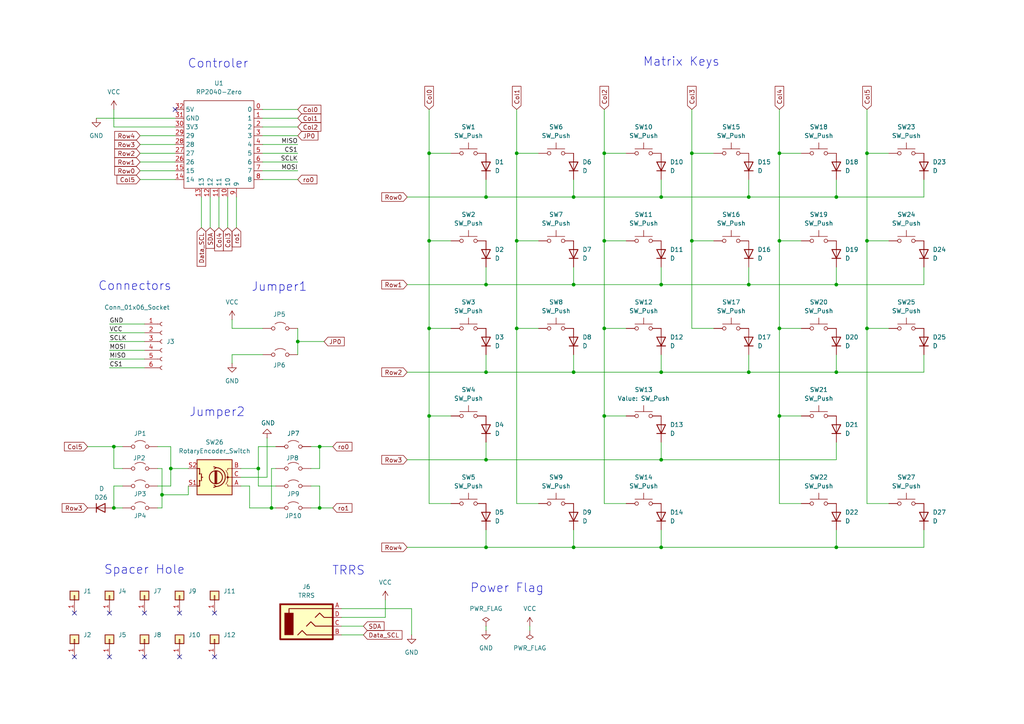
<source format=kicad_sch>
(kicad_sch (version 20250114) (generator "eeschema") (generator_version "9.0")
  (paper "A4")
  (lib_symbols
    (symbol "Connector:Conn_01x06_Socket" (pin_names (offset 1.016) (hide yes))
      (property "Reference" "J" (at 0 7.62 0))
      (property "Value" "Conn_01x06_Socket" (at 0 -10.16 0))
      (symbol "Conn_01x06_Socket_1_1"
        (pin passive line (at -5.08 5.08 0) (length 3.81) (name "Pin_1") (number "1"))
        (pin passive line (at -5.08 2.54 0) (length 3.81) (name "Pin_2") (number "2"))
        (pin passive line (at -5.08 0 0) (length 3.81) (name "Pin_3") (number "3"))
        (pin passive line (at -5.08 -2.54 0) (length 3.81) (name "Pin_4") (number "4"))
        (pin passive line (at -5.08 -5.08 0) (length 3.81) (name "Pin_5") (number "5"))
        (pin passive line (at -5.08 -7.62 0) (length 3.81) (name "Pin_6") (number "6"))
      )
    )
    (symbol "Connector_Generic:Conn_01x01" (pin_names (offset 1.016) (hide yes))
      (property "Reference" "J" (at 0 2.54 0))
      (property "Value" "Conn_01x01" (at 0 -2.54 0))
      (symbol "Conn_01x01_1_1"
        (pin passive line (at -5.08 0 0) (length 3.81) (name "Pin_1") (number "1"))
      )
    )
    (symbol "Device:D" (pin_numbers (hide yes)) (pin_names (offset 1.016) (hide yes))
      (property "Reference" "D" (at 0 2.54 0))
      (property "Value" "D" (at 0 -2.54 0))
      (symbol "D_1_1"
        (pin passive line (at -3.81 0 0) (length 2.54) (name "K") (number "1"))
        (pin passive line (at 3.81 0 180) (length 2.54) (name "A") (number "2"))
      )
    )
    (symbol "Device:RotaryEncoder_Switch" (pin_names (offset 0.254) (hide yes))
      (property "Reference" "SW" (at 0 6.604 0))
      (property "Value" "RotaryEncoder_Switch" (at 0 -6.604 0))
      (symbol "RotaryEncoder_Switch_1_1"
        (pin passive line (at -7.62 2.54 0) (length 2.54) (name "A") (number "A"))
        (pin passive line (at -7.62 0 0) (length 2.54) (name "C") (number "C"))
        (pin passive line (at -7.62 -2.54 0) (length 2.54) (name "B") (number "B"))
        (pin passive line (at 7.62 2.54 180) (length 2.54) (name "S1") (number "S1"))
        (pin passive line (at 7.62 -2.54 180) (length 2.54) (name "S2") (number "S2"))
      )
    )
    (symbol "Jumper:Jumper_2_Open" (pin_numbers (hide yes)) (pin_names (offset 0) (hide yes))
      (property "Reference" "JP" (at 0 2.794 0))
      (property "Value" "Jumper_2_Open" (at 0 -2.286 0))
      (symbol "Jumper_2_Open_1_1"
        (pin passive line (at -5.08 0 0) (length 2.54) (name "A") (number "1"))
        (pin passive line (at 5.08 0 180) (length 2.54) (name "B") (number "2"))
      )
    )
    (symbol "Switch:SW_Push" (pin_numbers (hide yes)) (pin_names (offset 1.016) (hide yes))
      (property "Reference" "SW" (at 1.27 2.54 0))
      (property "Value" "SW_Push" (at 0 -1.524 0))
      (symbol "SW_Push_0_1"
        (pin passive line (at -5.08 0 0) (length 2.54) (name "1") (number "1"))
        (pin passive line (at 5.08 0 180) (length 2.54) (name "2") (number "2"))
      )
    )
    (symbol "TRRS:TRRS" (pin_names (offset 1.016))
      (property "Reference" "J" (at 0 8.89 0))
      (property "Value" "TRRS" (at 0 6.35 0))
      (symbol "TRRS_1_1"
        (pin power_in line (at 10.16 3.81 180) (length 2.54) (name "~") (number "A"))
        (pin power_in line (at 10.16 1.27 180) (length 2.54) (name "~") (number "D"))
        (pin bidirectional line (at 10.16 -1.27 180) (length 2.54) (name "~") (number "C"))
        (pin bidirectional line (at 10.16 -3.81 180) (length 2.54) (name "~") (number "B"))
      )
    )
    (symbol "isw-mcu:RP2040-Zero"
      (property "Reference" "U" (at 0 17.78 0))
      (property "Value" "RP2040-Zero" (at 0 15.24 0))
      (symbol "RP2040-Zero_1_1"
        (pin power_in line (at -12.7 10.16 0) (length 2.54) (name "5V") (number "32"))
        (pin power_in line (at -12.7 7.62 0) (length 2.54) (name "GND") (number "31"))
        (pin power_in line (at -12.7 5.08 0) (length 2.54) (name "3V3") (number "30"))
        (pin bidirectional line (at -12.7 2.54 0) (length 2.54) (name "29") (number "29"))
        (pin bidirectional line (at -12.7 0 0) (length 2.54) (name "28") (number "28"))
        (pin bidirectional line (at -12.7 -2.54 0) (length 2.54) (name "27") (number "27"))
        (pin bidirectional line (at -12.7 -5.08 0) (length 2.54) (name "26") (number "26"))
        (pin bidirectional line (at -12.7 -7.62 0) (length 2.54) (name "15") (number "15"))
        (pin bidirectional line (at -12.7 -10.16 0) (length 2.54) (name "14") (number "14"))
        (pin bidirectional line (at -5.08 -15.24 90) (length 2.54) (name "13") (number "13"))
        (pin bidirectional line (at -2.54 -15.24 90) (length 2.54) (name "12") (number "12"))
        (pin bidirectional line (at 0 -15.24 90) (length 2.54) (name "11") (number "11"))
        (pin bidirectional line (at 2.54 -15.24 90) (length 2.54) (name "10") (number "10"))
        (pin bidirectional line (at 5.08 -15.24 90) (length 2.54) (name "9") (number "9"))
        (pin tri_state line (at 12.7 10.16 180) (length 2.54) (name "0") (number "0"))
        (pin bidirectional line (at 12.7 7.62 180) (length 2.54) (name "1") (number "1"))
        (pin bidirectional line (at 12.7 5.08 180) (length 2.54) (name "2") (number "2"))
        (pin bidirectional line (at 12.7 2.54 180) (length 2.54) (name "3") (number "3"))
        (pin bidirectional line (at 12.7 0 180) (length 2.54) (name "4") (number "4"))
        (pin bidirectional line (at 12.7 -2.54 180) (length 2.54) (name "5") (number "5"))
        (pin bidirectional line (at 12.7 -5.08 180) (length 2.54) (name "6") (number "6"))
        (pin bidirectional line (at 12.7 -7.62 180) (length 2.54) (name "7") (number "7"))
        (pin bidirectional line (at 12.7 -10.16 180) (length 2.54) (name "8") (number "8"))
      )
    )
    (symbol "power:GND" (power) (pin_numbers (hide yes)) (pin_names (offset 0) (hide yes))
      (property "Value" "GND" (at 0 -3.81 0))
      (symbol "GND_1_1"
        (pin power_in line (at 0 0 270) (length 0) (name "~") (number "1"))
      )
    )
    (symbol "power:PWR_FLAG" (power) (pin_numbers (hide yes)) (pin_names (offset 0) (hide yes))
      (property "Value" "PWR_FLAG" (at 0 3.81 0))
      (symbol "PWR_FLAG_0_0"
        (pin power_out line (at 0 0 90) (length 0) (name "~") (number "1"))
      )
    )
    (symbol "power:VCC" (power) (pin_numbers (hide yes)) (pin_names (offset 0) (hide yes))
      (property "Value" "VCC" (at 0 3.556 0))
      (symbol "VCC_1_1"
        (pin power_in line (at 0 0 90) (length 0) (name "~") (number "1"))
      )
    )
  )
  (text "Matrix Keys" (at 197.612 18.034 0) (effects (font (size 2.54 2.54))))
  (text "Connectors" (at 39.116 83.058 0) (effects (font (size 2.54 2.54))))
  (text "Power Flag" (at 147.066 170.688 0) (effects (font (size 2.54 2.54))))
  (text "Jumper2" (at 62.992 119.634 0) (effects (font (size 2.54 2.54))))
  (text "Spacer Hole" (at 41.91 165.354 0) (effects (font (size 2.54 2.54))))
  (text "Jumper1" (at 81.026 83.312 0) (effects (font (size 2.54 2.54))))
  (text "TRRS" (at 101.092 165.608 0) (effects (font (size 2.54 2.54))))
  (text "Controler" (at 63.246 18.542 0) (effects (font (size 2.54 2.54))))
  (junction (at 242.57 107.95))
  (junction (at 33.02 129.54))
  (junction (at 242.57 82.55))
  (junction (at 166.37 107.95))
  (junction (at 92.71 129.54))
  (junction (at 124.46 69.85))
  (junction (at 191.77 133.35))
  (junction (at 166.37 57.15))
  (junction (at 200.66 69.85))
  (junction (at 140.97 158.75))
  (junction (at 191.77 107.95))
  (junction (at 226.06 44.45))
  (junction (at 78.74 147.32))
  (junction (at 175.26 95.25))
  (junction (at 200.66 44.45))
  (junction (at 140.97 107.95))
  (junction (at 251.46 44.45))
  (junction (at 140.97 133.35))
  (junction (at 149.86 44.45))
  (junction (at 217.17 82.55))
  (junction (at 46.99 143.51))
  (junction (at 140.97 57.15))
  (junction (at 166.37 158.75))
  (junction (at 124.46 120.65))
  (junction (at 74.93 135.89))
  (junction (at 33.02 147.32))
  (junction (at 149.86 95.25))
  (junction (at 217.17 107.95))
  (junction (at 92.71 147.32))
  (junction (at 191.77 82.55))
  (junction (at 86.36 99.06))
  (junction (at 191.77 158.75))
  (junction (at 166.37 82.55))
  (junction (at 175.26 44.45))
  (junction (at 226.06 95.25))
  (junction (at 226.06 120.65))
  (junction (at 191.77 57.15))
  (junction (at 251.46 95.25))
  (junction (at 175.26 69.85))
  (junction (at 217.17 57.15))
  (junction (at 251.46 69.85))
  (junction (at 124.46 44.45))
  (junction (at 49.53 135.89))
  (junction (at 175.26 120.65))
  (junction (at 149.86 69.85))
  (junction (at 124.46 95.25))
  (junction (at 140.97 82.55))
  (junction (at 226.06 69.85))
  (junction (at 242.57 158.75))
  (junction (at 242.57 57.15))
  (no_connect (at 62.23 190.5))
  (no_connect (at 41.91 190.5))
  (no_connect (at 21.59 177.8))
  (no_connect (at 52.07 190.5))
  (no_connect (at 31.75 190.5))
  (no_connect (at 21.59 190.5))
  (no_connect (at 62.23 177.8))
  (no_connect (at 41.91 177.8))
  (no_connect (at 50.8 31.75))
  (no_connect (at 52.07 177.8))
  (no_connect (at 31.75 177.8))
  (wire (pts (xy 226.06 44.45) (xy 226.06 69.85)))
  (wire (pts (xy 242.57 77.47) (xy 242.57 82.55)))
  (wire (pts (xy 140.97 57.15) (xy 166.37 57.15)))
  (wire (pts (xy 124.46 146.05) (xy 130.81 146.05)))
  (wire (pts (xy 175.26 120.65) (xy 181.61 120.65)))
  (wire (pts (xy 31.75 93.98) (xy 41.91 93.98)))
  (wire (pts (xy 74.93 135.89) (xy 69.85 135.89)))
  (wire (pts (xy 31.75 104.14) (xy 41.91 104.14)))
  (wire (pts (xy 175.26 31.75) (xy 175.26 44.45)))
  (wire (pts (xy 40.64 39.37) (xy 50.8 39.37)))
  (wire (pts (xy 140.97 153.67) (xy 140.97 158.75)))
  (wire (pts (xy 68.58 57.15) (xy 68.58 66.04)))
  (wire (pts (xy 175.26 44.45) (xy 175.26 69.85)))
  (wire (pts (xy 200.66 95.25) (xy 207.01 95.25)))
  (wire (pts (xy 251.46 69.85) (xy 257.81 69.85)))
  (wire (pts (xy 33.02 140.97) (xy 35.56 140.97)))
  (wire (pts (xy 46.99 135.89) (xy 46.99 143.51)))
  (wire (pts (xy 200.66 44.45) (xy 207.01 44.45)))
  (wire (pts (xy 99.06 184.15) (xy 105.41 184.15)))
  (wire (pts (xy 40.64 41.91) (xy 50.8 41.91)))
  (wire (pts (xy 226.06 95.25) (xy 226.06 120.65)))
  (wire (pts (xy 63.5 66.04) (xy 63.5 57.15)))
  (wire (pts (xy 191.77 133.35) (xy 242.57 133.35)))
  (wire (pts (xy 267.97 77.47) (xy 267.97 82.55)))
  (wire (pts (xy 111.76 173.99) (xy 111.76 179.07)))
  (wire (pts (xy 40.64 44.45) (xy 50.8 44.45)))
  (wire (pts (xy 191.77 128.27) (xy 191.77 133.35)))
  (wire (pts (xy 54.61 143.51) (xy 46.99 143.51)))
  (wire (pts (xy 124.46 69.85) (xy 124.46 95.25)))
  (wire (pts (xy 49.53 140.97) (xy 49.53 135.89)))
  (wire (pts (xy 67.31 102.87) (xy 67.31 105.41)))
  (wire (pts (xy 99.06 176.53) (xy 119.38 176.53)))
  (wire (pts (xy 267.97 102.87) (xy 267.97 107.95)))
  (wire (pts (xy 140.97 82.55) (xy 166.37 82.55)))
  (wire (pts (xy 74.93 129.54) (xy 80.01 129.54)))
  (wire (pts (xy 72.39 147.32) (xy 72.39 140.97)))
  (wire (pts (xy 217.17 82.55) (xy 242.57 82.55)))
  (wire (pts (xy 251.46 44.45) (xy 251.46 69.85)))
  (wire (pts (xy 267.97 153.67) (xy 267.97 158.75)))
  (wire (pts (xy 242.57 128.27) (xy 242.57 133.35)))
  (wire (pts (xy 149.86 44.45) (xy 149.86 69.85)))
  (wire (pts (xy 175.26 146.05) (xy 181.61 146.05)))
  (wire (pts (xy 58.42 57.15) (xy 58.42 66.04)))
  (wire (pts (xy 191.77 77.47) (xy 191.77 82.55)))
  (wire (pts (xy 33.02 147.32) (xy 35.56 147.32)))
  (wire (pts (xy 191.77 52.07) (xy 191.77 57.15)))
  (wire (pts (xy 140.97 133.35) (xy 191.77 133.35)))
  (wire (pts (xy 118.11 82.55) (xy 140.97 82.55)))
  (wire (pts (xy 77.47 138.43) (xy 77.47 127)))
  (wire (pts (xy 191.77 82.55) (xy 217.17 82.55)))
  (wire (pts (xy 90.17 140.97) (xy 92.71 140.97)))
  (wire (pts (xy 92.71 129.54) (xy 96.52 129.54)))
  (wire (pts (xy 226.06 120.65) (xy 226.06 146.05)))
  (wire (pts (xy 76.2 31.75) (xy 86.36 31.75)))
  (wire (pts (xy 31.75 96.52) (xy 41.91 96.52)))
  (wire (pts (xy 166.37 82.55) (xy 191.77 82.55)))
  (wire (pts (xy 99.06 181.61) (xy 105.41 181.61)))
  (wire (pts (xy 217.17 77.47) (xy 217.17 82.55)))
  (wire (pts (xy 251.46 69.85) (xy 251.46 95.25)))
  (wire (pts (xy 76.2 39.37) (xy 86.36 39.37)))
  (wire (pts (xy 166.37 102.87) (xy 166.37 107.95)))
  (wire (pts (xy 66.04 57.15) (xy 66.04 66.04)))
  (wire (pts (xy 149.86 146.05) (xy 156.21 146.05)))
  (wire (pts (xy 191.77 107.95) (xy 217.17 107.95)))
  (wire (pts (xy 140.97 181.61) (xy 140.97 182.88)))
  (wire (pts (xy 226.06 69.85) (xy 226.06 95.25)))
  (wire (pts (xy 140.97 158.75) (xy 166.37 158.75)))
  (wire (pts (xy 166.37 52.07) (xy 166.37 57.15)))
  (wire (pts (xy 226.06 31.75) (xy 226.06 44.45)))
  (wire (pts (xy 124.46 31.75) (xy 124.46 44.45)))
  (wire (pts (xy 226.06 146.05) (xy 232.41 146.05)))
  (wire (pts (xy 49.53 135.89) (xy 54.61 135.89)))
  (wire (pts (xy 93.98 99.06) (xy 86.36 99.06)))
  (wire (pts (xy 140.97 102.87) (xy 140.97 107.95)))
  (wire (pts (xy 149.86 31.75) (xy 149.86 44.45)))
  (wire (pts (xy 242.57 107.95) (xy 267.97 107.95)))
  (wire (pts (xy 217.17 52.07) (xy 217.17 57.15)))
  (wire (pts (xy 242.57 52.07) (xy 242.57 57.15)))
  (wire (pts (xy 251.46 146.05) (xy 257.81 146.05)))
  (wire (pts (xy 86.36 99.06) (xy 86.36 95.25)))
  (wire (pts (xy 54.61 140.97) (xy 54.61 143.51)))
  (wire (pts (xy 251.46 95.25) (xy 257.81 95.25)))
  (wire (pts (xy 166.37 158.75) (xy 191.77 158.75)))
  (wire (pts (xy 166.37 153.67) (xy 166.37 158.75)))
  (wire (pts (xy 90.17 147.32) (xy 92.71 147.32)))
  (wire (pts (xy 45.72 129.54) (xy 49.53 129.54)))
  (wire (pts (xy 78.74 135.89) (xy 78.74 147.32)))
  (wire (pts (xy 86.36 99.06) (xy 86.36 102.87)))
  (wire (pts (xy 140.97 77.47) (xy 140.97 82.55)))
  (wire (pts (xy 267.97 52.07) (xy 267.97 57.15)))
  (wire (pts (xy 140.97 107.95) (xy 166.37 107.95)))
  (wire (pts (xy 175.26 69.85) (xy 175.26 95.25)))
  (wire (pts (xy 90.17 129.54) (xy 92.71 129.54)))
  (wire (pts (xy 149.86 95.25) (xy 156.21 95.25)))
  (wire (pts (xy 76.2 95.25) (xy 67.31 95.25)))
  (wire (pts (xy 217.17 57.15) (xy 242.57 57.15)))
  (wire (pts (xy 45.72 140.97) (xy 49.53 140.97)))
  (wire (pts (xy 251.46 44.45) (xy 257.81 44.45)))
  (wire (pts (xy 49.53 129.54) (xy 49.53 135.89)))
  (wire (pts (xy 149.86 69.85) (xy 149.86 95.25)))
  (wire (pts (xy 76.2 36.83) (xy 86.36 36.83)))
  (wire (pts (xy 31.75 106.68) (xy 41.91 106.68)))
  (wire (pts (xy 166.37 107.95) (xy 191.77 107.95)))
  (wire (pts (xy 74.93 129.54) (xy 74.93 135.89)))
  (wire (pts (xy 124.46 95.25) (xy 124.46 120.65)))
  (wire (pts (xy 226.06 95.25) (xy 232.41 95.25)))
  (wire (pts (xy 118.11 133.35) (xy 140.97 133.35)))
  (wire (pts (xy 80.01 135.89) (xy 78.74 135.89)))
  (wire (pts (xy 191.77 57.15) (xy 217.17 57.15)))
  (wire (pts (xy 76.2 46.99) (xy 86.36 46.99)))
  (wire (pts (xy 31.75 99.06) (xy 41.91 99.06)))
  (wire (pts (xy 149.86 44.45) (xy 156.21 44.45)))
  (wire (pts (xy 33.02 135.89) (xy 33.02 129.54)))
  (wire (pts (xy 99.06 179.07) (xy 111.76 179.07)))
  (wire (pts (xy 217.17 102.87) (xy 217.17 107.95)))
  (wire (pts (xy 76.2 41.91) (xy 86.36 41.91)))
  (wire (pts (xy 124.46 95.25) (xy 130.81 95.25)))
  (wire (pts (xy 72.39 140.97) (xy 69.85 140.97)))
  (wire (pts (xy 119.38 176.53) (xy 119.38 184.15)))
  (wire (pts (xy 251.46 31.75) (xy 251.46 44.45)))
  (wire (pts (xy 78.74 147.32) (xy 72.39 147.32)))
  (wire (pts (xy 92.71 147.32) (xy 96.52 147.32)))
  (wire (pts (xy 33.02 129.54) (xy 35.56 129.54)))
  (wire (pts (xy 60.96 57.15) (xy 60.96 66.04)))
  (wire (pts (xy 118.11 158.75) (xy 140.97 158.75)))
  (wire (pts (xy 46.99 147.32) (xy 45.72 147.32)))
  (wire (pts (xy 140.97 128.27) (xy 140.97 133.35)))
  (wire (pts (xy 74.93 140.97) (xy 74.93 135.89)))
  (wire (pts (xy 69.85 138.43) (xy 77.47 138.43)))
  (wire (pts (xy 200.66 69.85) (xy 200.66 95.25)))
  (wire (pts (xy 217.17 107.95) (xy 242.57 107.95)))
  (wire (pts (xy 33.02 31.75) (xy 33.02 36.83)))
  (wire (pts (xy 76.2 34.29) (xy 86.36 34.29)))
  (wire (pts (xy 92.71 140.97) (xy 92.71 147.32)))
  (wire (pts (xy 153.67 181.61) (xy 153.67 182.88)))
  (wire (pts (xy 40.64 52.07) (xy 50.8 52.07)))
  (wire (pts (xy 191.77 158.75) (xy 242.57 158.75)))
  (wire (pts (xy 92.71 135.89) (xy 92.71 129.54)))
  (wire (pts (xy 25.4 129.54) (xy 33.02 129.54)))
  (wire (pts (xy 242.57 153.67) (xy 242.57 158.75)))
  (wire (pts (xy 175.26 95.25) (xy 175.26 120.65)))
  (wire (pts (xy 242.57 102.87) (xy 242.57 107.95)))
  (wire (pts (xy 242.57 82.55) (xy 267.97 82.55)))
  (wire (pts (xy 175.26 69.85) (xy 181.61 69.85)))
  (wire (pts (xy 45.72 135.89) (xy 46.99 135.89)))
  (wire (pts (xy 46.99 143.51) (xy 46.99 147.32)))
  (wire (pts (xy 90.17 135.89) (xy 92.71 135.89)))
  (wire (pts (xy 175.26 44.45) (xy 181.61 44.45)))
  (wire (pts (xy 140.97 52.07) (xy 140.97 57.15)))
  (wire (pts (xy 251.46 95.25) (xy 251.46 146.05)))
  (wire (pts (xy 191.77 102.87) (xy 191.77 107.95)))
  (wire (pts (xy 124.46 44.45) (xy 130.81 44.45)))
  (wire (pts (xy 149.86 69.85) (xy 156.21 69.85)))
  (wire (pts (xy 226.06 44.45) (xy 232.41 44.45)))
  (wire (pts (xy 242.57 158.75) (xy 267.97 158.75)))
  (wire (pts (xy 124.46 120.65) (xy 130.81 120.65)))
  (wire (pts (xy 80.01 140.97) (xy 74.93 140.97)))
  (wire (pts (xy 31.75 101.6) (xy 41.91 101.6)))
  (wire (pts (xy 166.37 57.15) (xy 191.77 57.15)))
  (wire (pts (xy 76.2 49.53) (xy 86.36 49.53)))
  (wire (pts (xy 76.2 52.07) (xy 86.36 52.07)))
  (wire (pts (xy 76.2 102.87) (xy 67.31 102.87)))
  (wire (pts (xy 124.46 44.45) (xy 124.46 69.85)))
  (wire (pts (xy 200.66 44.45) (xy 200.66 69.85)))
  (wire (pts (xy 226.06 69.85) (xy 232.41 69.85)))
  (wire (pts (xy 124.46 120.65) (xy 124.46 146.05)))
  (wire (pts (xy 33.02 36.83) (xy 50.8 36.83)))
  (wire (pts (xy 33.02 135.89) (xy 35.56 135.89)))
  (wire (pts (xy 80.01 147.32) (xy 78.74 147.32)))
  (wire (pts (xy 166.37 77.47) (xy 166.37 82.55)))
  (wire (pts (xy 191.77 153.67) (xy 191.77 158.75)))
  (wire (pts (xy 27.94 34.29) (xy 50.8 34.29)))
  (wire (pts (xy 118.11 57.15) (xy 140.97 57.15)))
  (wire (pts (xy 40.64 46.99) (xy 50.8 46.99)))
  (wire (pts (xy 76.2 44.45) (xy 86.36 44.45)))
  (wire (pts (xy 149.86 95.25) (xy 149.86 146.05)))
  (wire (pts (xy 175.26 120.65) (xy 175.26 146.05)))
  (wire (pts (xy 242.57 57.15) (xy 267.97 57.15)))
  (wire (pts (xy 33.02 140.97) (xy 33.02 147.32)))
  (wire (pts (xy 200.66 31.75) (xy 200.66 44.45)))
  (wire (pts (xy 175.26 95.25) (xy 181.61 95.25)))
  (wire (pts (xy 118.11 107.95) (xy 140.97 107.95)))
  (wire (pts (xy 67.31 95.25) (xy 67.31 92.71)))
  (wire (pts (xy 200.66 69.85) (xy 207.01 69.85)))
  (wire (pts (xy 226.06 120.65) (xy 232.41 120.65)))
  (wire (pts (xy 124.46 69.85) (xy 130.81 69.85)))
  (wire (pts (xy 40.64 49.53) (xy 50.8 49.53)))
  (label "SCLK" (at 31.75 99.06 0))
  (label "CS1" (at 86.36 44.45 180))
  (label "CS1" (at 31.75 106.68 0))
  (label "MOSI" (at 31.75 101.6 0))
  (label "SCLK" (at 86.36 46.99 180))
  (label "MISO" (at 31.75 104.14 0))
  (label "MISO" (at 86.36 41.91 180))
  (label "VCC" (at 31.75 96.52 0))
  (label "MOSI" (at 86.36 49.53 180))
  (label "GND" (at 31.75 93.98 0))
  (global_label "Col0" (shape input) (at 86.36 31.75 0) (property "Intersheetrefs" "${INTERSHEET_REFS}" (effects (hide yes))))
  (global_label "Row4" (shape input) (at 40.64 39.37 180) (property "Intersheetrefs" "${INTERSHEET_REFS}" (effects (hide yes))))
  (global_label "Col5" (shape input) (at 25.4 129.54 180) (property "Intersheetrefs" "${INTERSHEET_REFS}" (effects (hide yes))))
  (global_label "Row1" (shape input) (at 40.64 46.99 180) (property "Intersheetrefs" "${INTERSHEET_REFS}" (effects (hide yes))))
  (global_label "Row1" (shape input) (at 118.11 82.55 180) (property "Intersheetrefs" "${INTERSHEET_REFS}" (effects (hide yes))))
  (global_label "Col3" (shape input) (at 66.04 66.04 270) (property "Intersheetrefs" "${INTERSHEET_REFS}" (effects (hide yes))))
  (global_label "Col4" (shape input) (at 63.5 66.04 270) (property "Intersheetrefs" "${INTERSHEET_REFS}" (effects (hide yes))))
  (global_label "ro0" (shape input) (at 96.52 129.54 0) (property "Intersheetrefs" "${INTERSHEET_REFS}" (effects (hide yes))))
  (global_label "Row3" (shape input) (at 40.64 41.91 180) (property "Intersheetrefs" "${INTERSHEET_REFS}" (effects (hide yes))))
  (global_label "Row2" (shape input) (at 40.64 44.45 180) (property "Intersheetrefs" "${INTERSHEET_REFS}" (effects (hide yes))))
  (global_label "ro0" (shape input) (at 86.36 52.07 0) (property "Intersheetrefs" "${INTERSHEET_REFS}" (effects (hide yes))))
  (global_label "Data_SCL" (shape input) (at 105.41 184.15 0) (property "Intersheetrefs" "${INTERSHEET_REFS}" (effects (hide yes))))
  (global_label "Col4" (shape input) (at 226.06 31.75 90) (property "Intersheetrefs" "${INTERSHEET_REFS}" (effects (hide yes))))
  (global_label "Row0" (shape input) (at 40.64 49.53 180) (property "Intersheetrefs" "${INTERSHEET_REFS}" (effects (hide yes))))
  (global_label "JP0" (shape input) (at 86.36 39.37 0) (property "Intersheetrefs" "${INTERSHEET_REFS}" (effects (hide yes))))
  (global_label "Row4" (shape input) (at 118.11 158.75 180) (property "Intersheetrefs" "${INTERSHEET_REFS}" (effects (hide yes))))
  (global_label "SDA" (shape input) (at 105.41 181.61 0) (property "Intersheetrefs" "${INTERSHEET_REFS}" (effects (hide yes))))
  (global_label "Row3" (shape input) (at 25.4 147.32 180) (property "Intersheetrefs" "${INTERSHEET_REFS}" (effects (hide yes))))
  (global_label "Col5" (shape input) (at 40.64 52.07 180) (property "Intersheetrefs" "${INTERSHEET_REFS}" (effects (hide yes))))
  (global_label "Col5" (shape input) (at 251.46 31.75 90) (property "Intersheetrefs" "${INTERSHEET_REFS}" (effects (hide yes))))
  (global_label "Col0" (shape input) (at 124.46 31.75 90) (property "Intersheetrefs" "${INTERSHEET_REFS}" (effects (hide yes))))
  (global_label "Data_SCL" (shape input) (at 58.42 66.04 270) (property "Intersheetrefs" "${INTERSHEET_REFS}" (effects (hide yes))))
  (global_label "ro1" (shape input) (at 96.52 147.32 0) (property "Intersheetrefs" "${INTERSHEET_REFS}" (effects (hide yes))))
  (global_label "Row3" (shape input) (at 118.11 133.35 180) (property "Intersheetrefs" "${INTERSHEET_REFS}" (effects (hide yes))))
  (global_label "Row0" (shape input) (at 118.11 57.15 180) (property "Intersheetrefs" "${INTERSHEET_REFS}" (effects (hide yes))))
  (global_label "ro1" (shape input) (at 68.58 66.04 270) (property "Intersheetrefs" "${INTERSHEET_REFS}" (effects (hide yes))))
  (global_label "Col1" (shape input) (at 149.86 31.75 90) (property "Intersheetrefs" "${INTERSHEET_REFS}" (effects (hide yes))))
  (global_label "SDA" (shape input) (at 60.96 66.04 270) (property "Intersheetrefs" "${INTERSHEET_REFS}" (effects (hide yes))))
  (global_label "Col2" (shape input) (at 175.26 31.75 90) (property "Intersheetrefs" "${INTERSHEET_REFS}" (effects (hide yes))))
  (global_label "JP0" (shape input) (at 93.98 99.06 0) (property "Intersheetrefs" "${INTERSHEET_REFS}" (effects (hide yes))))
  (global_label "Col2" (shape input) (at 86.36 36.83 0) (property "Intersheetrefs" "${INTERSHEET_REFS}" (effects (hide yes))))
  (global_label "Col3" (shape input) (at 200.66 31.75 90) (property "Intersheetrefs" "${INTERSHEET_REFS}" (effects (hide yes))))
  (global_label "Col1" (shape input) (at 86.36 34.29 0) (property "Intersheetrefs" "${INTERSHEET_REFS}" (effects (hide yes))))
  (global_label "Row2" (shape input) (at 118.11 107.95 180) (property "Intersheetrefs" "${INTERSHEET_REFS}" (effects (hide yes))))
  (symbol (lib_id "Switch:SW_Push") (at 212.09 69.85 0) (unit 1)
    (property "Reference" "SW16" (at 212.09 62.23 0))
    (property "Value" "SW_Push" (at 212.09 64.77 0))
    (property "Footprint" "hebitawa:CherryMX_Hotswap_1u_rev" (effects (hide yes)))
    (property "Description" "Push button switch, generic, two pins" (effects (hide yes)))
  )
  (symbol (lib_id "Connector_Generic:Conn_01x01") (at 21.59 185.42 90) (unit 1)
    (property "Reference" "J2" (at 24.13 184.1499 90) (effects (justify right)))
    (property "Value" "Conn_01x01" (effects (hide yes)))
    (property "Footprint" "kbd_Hole:m2_Spacer_Hole" (effects (hide yes)))
    (property "Description" "Generic connector, single row, 01x01, script generated (kicad-library-utils/schlib/autogen/connector/)" (effects (hide yes)))
  )
  (symbol (lib_id "Switch:SW_Push") (at 262.89 146.05 0) (unit 1)
    (property "Reference" "SW27" (at 262.89 138.43 0))
    (property "Value" "SW_Push" (at 262.89 140.97 0))
    (property "Footprint" "hebitawa:CherryMX_Hotswap_1u_rev" (effects (hide yes)))
    (property "Description" "Push button switch, generic, two pins" (effects (hide yes)))
  )
  (symbol (lib_id "Device:D") (at 242.57 99.06 90) (unit 1)
    (property "Reference" "D20" (at 245.11 97.7899 90) (effects (justify right)))
    (property "Value" "D" (at 245.11 100.3299 90) (effects (justify right)))
    (property "Footprint" "kbd_Parts:Diode_SMD_Rev" (effects (hide yes)))
    (property "Description" "Diode" (effects (hide yes)))
    (property "Sim.Device" "D" (effects (hide yes)))
    (property "Sim.Pins" "1=K 2=A" (effects (hide yes)))
  )
  (symbol (lib_id "Switch:SW_Push") (at 186.69 146.05 0) (unit 1)
    (property "Reference" "SW14" (at 186.69 138.43 0))
    (property "Value" "SW_Push" (at 186.69 140.97 0))
    (property "Footprint" "hebitawa:CherryMX_Hotswap_1u_rev" (effects (hide yes)))
    (property "Description" "Push button switch, generic, two pins" (effects (hide yes)))
  )
  (symbol (lib_id "Connector_Generic:Conn_01x01") (at 21.59 172.72 90) (unit 1)
    (property "Reference" "J1" (at 24.13 171.4499 90) (effects (justify right)))
    (property "Value" "Conn_01x01" (effects (hide yes)))
    (property "Footprint" "kbd_Hole:m2_Spacer_Hole" (effects (hide yes)))
    (property "Description" "Generic connector, single row, 01x01, script generated (kicad-library-utils/schlib/autogen/connector/)" (effects (hide yes)))
  )
  (symbol (lib_id "Switch:SW_Push") (at 262.89 44.45 0) (unit 1)
    (property "Reference" "SW23" (at 262.89 36.83 0))
    (property "Value" "SW_Push" (at 262.89 39.37 0))
    (property "Footprint" "hebitawa:CherryMX_Hotswap_1u_rev" (effects (hide yes)))
    (property "Description" "Push button switch, generic, two pins" (effects (hide yes)))
  )
  (symbol (lib_id "Switch:SW_Push") (at 237.49 146.05 0) (unit 1)
    (property "Reference" "SW22" (at 237.49 138.43 0))
    (property "Value" "SW_Push" (at 237.49 140.97 0))
    (property "Footprint" "hebitawa:CherryMX_Hotswap_1u_rev" (effects (hide yes)))
    (property "Description" "Push button switch, generic, two pins" (effects (hide yes)))
  )
  (symbol (lib_id "Switch:SW_Push") (at 135.89 44.45 0) (unit 1)
    (property "Reference" "SW1" (at 135.89 36.83 0))
    (property "Value" "SW_Push" (at 135.89 39.37 0))
    (property "Footprint" "hebitawa:CherryMX_Hotswap_1u_rev" (effects (hide yes)))
    (property "Description" "Push button switch, generic, two pins" (effects (hide yes)))
  )
  (symbol (lib_id "power:PWR_FLAG") (at 153.67 182.88 180) (unit 1)
    (property "Reference" "#FLG02" (effects (hide yes)))
    (property "Value" "PWR_FLAG" (at 153.67 187.96 0))
    (property "Description" "Special symbol for telling ERC where power comes from" (effects (hide yes)))
  )
  (symbol (lib_id "Device:D") (at 242.57 48.26 90) (unit 1)
    (property "Reference" "D18" (at 245.11 46.9899 90) (effects (justify right)))
    (property "Value" "D" (at 245.11 49.5299 90) (effects (justify right)))
    (property "Footprint" "kbd_Parts:Diode_SMD_Rev" (effects (hide yes)))
    (property "Description" "Diode" (effects (hide yes)))
    (property "Sim.Device" "D" (effects (hide yes)))
    (property "Sim.Pins" "1=K 2=A" (effects (hide yes)))
  )
  (symbol (lib_id "Switch:SW_Push") (at 262.89 95.25 0) (unit 1)
    (property "Reference" "SW25" (at 262.89 87.63 0))
    (property "Value" "SW_Push" (at 262.89 90.17 0))
    (property "Footprint" "hebitawa:CherryMX_Hotswap_1u_rev" (effects (hide yes)))
    (property "Description" "Push button switch, generic, two pins" (effects (hide yes)))
  )
  (symbol (lib_id "Connector_Generic:Conn_01x01") (at 41.91 172.72 90) (unit 1)
    (property "Reference" "J7" (at 44.45 171.4499 90) (effects (justify right)))
    (property "Value" "Conn_01x01" (effects (hide yes)))
    (property "Footprint" "kbd_Hole:m2_Spacer_Hole" (effects (hide yes)))
    (property "Description" "Generic connector, single row, 01x01, script generated (kicad-library-utils/schlib/autogen/connector/)" (effects (hide yes)))
  )
  (symbol (lib_id "Device:D") (at 267.97 73.66 90) (unit 1)
    (property "Reference" "D24" (at 270.51 72.3899 90) (effects (justify right)))
    (property "Value" "D" (at 270.51 74.9299 90) (effects (justify right)))
    (property "Footprint" "kbd_Parts:Diode_SMD_Rev" (effects (hide yes)))
    (property "Description" "Diode" (effects (hide yes)))
    (property "Sim.Device" "D" (effects (hide yes)))
    (property "Sim.Pins" "1=K 2=A" (effects (hide yes)))
  )
  (symbol (lib_id "Device:D") (at 267.97 149.86 90) (unit 1)
    (property "Reference" "D27" (at 270.51 148.5899 90) (effects (justify right)))
    (property "Value" "D" (at 270.51 151.1299 90) (effects (justify right)))
    (property "Footprint" "kbd_Parts:Diode_SMD_Rev" (effects (hide yes)))
    (property "Description" "Diode" (effects (hide yes)))
    (property "Sim.Device" "D" (effects (hide yes)))
    (property "Sim.Pins" "1=K 2=A" (effects (hide yes)))
  )
  (symbol (lib_id "Switch:SW_Push") (at 212.09 95.25 0) (unit 1)
    (property "Reference" "SW17" (at 212.09 87.63 0))
    (property "Value" "SW_Push" (at 212.09 90.17 0))
    (property "Footprint" "hebitawa:CherryMX_Hotswap_1u_rev" (effects (hide yes)))
    (property "Description" "Push button switch, generic, two pins" (effects (hide yes)))
  )
  (symbol (lib_id "Switch:SW_Push") (at 135.89 120.65 0) (unit 1)
    (property "Reference" "SW4" (at 135.89 113.03 0))
    (property "Value" "SW_Push" (at 135.89 115.57 0))
    (property "Footprint" "hebitawa:CherryMX_Hotswap_2u_rev" (effects (hide yes)))
    (property "Description" "Push button switch, generic, two pins" (effects (hide yes)))
  )
  (symbol (lib_id "power:GND") (at 119.38 184.15 0) (unit 1)
    (property "Reference" "#PWR06" (effects (hide yes)))
    (property "Value" "GND" (at 119.38 189.23 0))
    (property "Description" "Power symbol creates a global label with name \"GND\" , ground" (effects (hide yes)))
  )
  (symbol (lib_id "Jumper:Jumper_2_Open") (at 40.64 135.89 0) (unit 1)
    (property "Reference" "JP2" (at 40.386 132.842 0))
    (property "Value" "Jumper_2_Open" (effects (hide yes)))
    (property "Footprint" "Jumper:SolderJumper-2_P1.3mm_Open_TrianglePad1.0x1.5mm" (effects (hide yes)))
    (property "Description" "Jumper, 2-pole, open" (effects (hide yes)))
  )
  (symbol (lib_id "Jumper:Jumper_2_Open") (at 85.09 140.97 0) (unit 1)
    (property "Reference" "JP9" (at 85.09 143.256 0))
    (property "Value" "Jumper_2_Open" (effects (hide yes)))
    (property "Footprint" "Jumper:SolderJumper-2_P1.3mm_Open_TrianglePad1.0x1.5mm" (effects (hide yes)))
    (property "Description" "Jumper, 2-pole, open" (effects (hide yes)))
  )
  (symbol (lib_id "Jumper:Jumper_2_Open") (at 40.64 147.32 0) (unit 1)
    (property "Reference" "JP4" (at 40.64 149.606 0))
    (property "Value" "Jumper_2_Open" (effects (hide yes)))
    (property "Footprint" "Jumper:SolderJumper-2_P1.3mm_Open_TrianglePad1.0x1.5mm" (effects (hide yes)))
    (property "Description" "Jumper, 2-pole, open" (effects (hide yes)))
  )
  (symbol (lib_id "Connector_Generic:Conn_01x01") (at 62.23 172.72 90) (unit 1)
    (property "Reference" "J11" (at 64.77 171.4499 90) (effects (justify right)))
    (property "Value" "Conn_01x01" (effects (hide yes)))
    (property "Footprint" "kbd_Hole:m2_Spacer_Hole" (effects (hide yes)))
    (property "Description" "Generic connector, single row, 01x01, script generated (kicad-library-utils/schlib/autogen/connector/)" (effects (hide yes)))
  )
  (symbol (lib_id "Switch:SW_Push") (at 237.49 69.85 0) (unit 1)
    (property "Reference" "SW19" (at 237.49 62.23 0))
    (property "Value" "SW_Push" (at 237.49 64.77 0))
    (property "Footprint" "hebitawa:CherryMX_Hotswap_1u_rev" (effects (hide yes)))
    (property "Description" "Push button switch, generic, two pins" (effects (hide yes)))
  )
  (symbol (lib_id "Device:D") (at 166.37 48.26 90) (unit 1)
    (property "Reference" "D6" (at 168.91 46.9899 90) (effects (justify right)))
    (property "Value" "D" (at 168.91 49.5299 90) (effects (justify right)))
    (property "Footprint" "kbd_Parts:Diode_SMD_Rev" (effects (hide yes)))
    (property "Description" "Diode" (effects (hide yes)))
    (property "Sim.Device" "D" (effects (hide yes)))
    (property "Sim.Pins" "1=K 2=A" (effects (hide yes)))
  )
  (symbol (lib_id "power:VCC") (at 153.67 181.61 0) (unit 1)
    (property "Reference" "#PWR08" (effects (hide yes)))
    (property "Value" "VCC" (at 153.67 176.53 0))
    (property "Description" "Power symbol creates a global label with name \"VCC\"" (effects (hide yes)))
  )
  (symbol (lib_id "Switch:SW_Push") (at 161.29 95.25 0) (unit 1)
    (property "Reference" "SW8" (at 161.29 87.63 0))
    (property "Value" "SW_Push" (at 161.29 90.17 0))
    (property "Footprint" "hebitawa:CherryMX_Hotswap_1u_rev" (effects (hide yes)))
    (property "Description" "Push button switch, generic, two pins" (effects (hide yes)))
  )
  (symbol (lib_id "Device:D") (at 140.97 99.06 90) (unit 1)
    (property "Reference" "D3" (at 143.51 97.7899 90) (effects (justify right)))
    (property "Value" "D" (at 143.51 100.3299 90) (effects (justify right)))
    (property "Footprint" "kbd_Parts:Diode_SMD_Rev" (effects (hide yes)))
    (property "Description" "Diode" (effects (hide yes)))
    (property "Sim.Device" "D" (effects (hide yes)))
    (property "Sim.Pins" "1=K 2=A" (effects (hide yes)))
  )
  (symbol (lib_id "Jumper:Jumper_2_Open") (at 81.28 95.25 0) (unit 1)
    (property "Reference" "JP5" (at 81.026 91.186 0))
    (property "Value" "Jumper_2_Open" (effects (hide yes)))
    (property "Footprint" "Jumper:SolderJumper-2_P1.3mm_Open_TrianglePad1.0x1.5mm" (effects (hide yes)))
    (property "Description" "Jumper, 2-pole, open" (effects (hide yes)))
  )
  (symbol (lib_id "Device:D") (at 140.97 124.46 90) (unit 1)
    (property "Reference" "D4" (at 143.51 123.1899 90) (effects (justify right)))
    (property "Value" "D" (at 143.51 125.7299 90) (effects (justify right)))
    (property "Footprint" "kbd_Parts:Diode_SMD_Rev" (effects (hide yes)))
    (property "Description" "Diode" (effects (hide yes)))
    (property "Sim.Device" "D" (effects (hide yes)))
    (property "Sim.Pins" "1=K 2=A" (effects (hide yes)))
  )
  (symbol (lib_id "Switch:SW_Push") (at 237.49 95.25 0) (unit 1)
    (property "Reference" "SW20" (at 237.49 87.63 0))
    (property "Value" "SW_Push" (at 237.49 90.17 0))
    (property "Footprint" "hebitawa:CherryMX_Hotswap_1u_rev" (effects (hide yes)))
    (property "Description" "Push button switch, generic, two pins" (effects (hide yes)))
  )
  (symbol (lib_id "Device:D") (at 267.97 99.06 90) (unit 1)
    (property "Reference" "D25" (at 270.51 97.7899 90) (effects (justify right)))
    (property "Value" "D" (at 270.51 100.3299 90) (effects (justify right)))
    (property "Footprint" "kbd_Parts:Diode_SMD_Rev" (effects (hide yes)))
    (property "Description" "Diode" (effects (hide yes)))
    (property "Sim.Device" "D" (effects (hide yes)))
    (property "Sim.Pins" "1=K 2=A" (effects (hide yes)))
  )
  (symbol (lib_id "Device:D") (at 191.77 48.26 90) (unit 1)
    (property "Reference" "D10" (at 194.31 46.9899 90) (effects (justify right)))
    (property "Value" "D" (at 194.31 49.5299 90) (effects (justify right)))
    (property "Footprint" "kbd_Parts:Diode_SMD_Rev" (effects (hide yes)))
    (property "Description" "Diode" (effects (hide yes)))
    (property "Sim.Device" "D" (effects (hide yes)))
    (property "Sim.Pins" "1=K 2=A" (effects (hide yes)))
  )
  (symbol (lib_id "Device:D") (at 267.97 48.26 90) (unit 1)
    (property "Reference" "D23" (at 270.51 46.9899 90) (effects (justify right)))
    (property "Value" "D" (at 270.51 49.5299 90) (effects (justify right)))
    (property "Footprint" "kbd_Parts:Diode_SMD_Rev" (effects (hide yes)))
    (property "Description" "Diode" (effects (hide yes)))
    (property "Sim.Device" "D" (effects (hide yes)))
    (property "Sim.Pins" "1=K 2=A" (effects (hide yes)))
  )
  (symbol (lib_id "Device:D") (at 140.97 73.66 90) (unit 1)
    (property "Reference" "D2" (at 143.51 72.3899 90) (effects (justify right)))
    (property "Value" "D" (at 143.51 74.9299 90) (effects (justify right)))
    (property "Footprint" "kbd_Parts:Diode_SMD_Rev" (effects (hide yes)))
    (property "Description" "Diode" (effects (hide yes)))
    (property "Sim.Device" "D" (effects (hide yes)))
    (property "Sim.Pins" "1=K 2=A" (effects (hide yes)))
  )
  (symbol (lib_id "Switch:SW_Push") (at 186.69 44.45 0) (unit 1)
    (property "Reference" "SW10" (at 186.69 36.83 0))
    (property "Value" "SW_Push" (at 186.69 39.37 0))
    (property "Footprint" "hebitawa:CherryMX_Hotswap_1u_rev" (effects (hide yes)))
    (property "Description" "Push button switch, generic, two pins" (effects (hide yes)))
  )
  (symbol (lib_id "Switch:SW_Push") (at 135.89 69.85 0) (unit 1)
    (property "Reference" "SW2" (at 135.89 62.23 0))
    (property "Value" "SW_Push" (at 135.89 64.77 0))
    (property "Footprint" "hebitawa:CherryMX_Hotswap_1u_rev" (effects (hide yes)))
    (property "Description" "Push button switch, generic, two pins" (effects (hide yes)))
  )
  (symbol (lib_id "power:VCC") (at 111.76 173.99 0) (unit 1)
    (property "Reference" "#PWR05" (effects (hide yes)))
    (property "Value" "VCC" (at 111.76 168.91 0))
    (property "Description" "Power symbol creates a global label with name \"VCC\"" (effects (hide yes)))
  )
  (symbol (lib_id "Jumper:Jumper_2_Open") (at 85.09 135.89 0) (unit 1)
    (property "Reference" "JP8" (at 84.836 132.842 0))
    (property "Value" "Jumper_2_Open" (effects (hide yes)))
    (property "Footprint" "Jumper:SolderJumper-2_P1.3mm_Open_TrianglePad1.0x1.5mm" (effects (hide yes)))
    (property "Description" "Jumper, 2-pole, open" (effects (hide yes)))
  )
  (symbol (lib_id "Switch:SW_Push") (at 237.49 44.45 0) (unit 1)
    (property "Reference" "SW18" (at 237.49 36.83 0))
    (property "Value" "SW_Push" (at 237.49 39.37 0))
    (property "Footprint" "hebitawa:CherryMX_Hotswap_1u_rev" (effects (hide yes)))
    (property "Description" "Push button switch, generic, two pins" (effects (hide yes)))
  )
  (symbol (lib_id "power:GND") (at 140.97 182.88 0) (unit 1)
    (property "Reference" "#PWR07" (effects (hide yes)))
    (property "Value" "GND" (at 140.97 187.96 0))
    (property "Description" "Power symbol creates a global label with name \"GND\" , ground" (effects (hide yes)))
  )
  (symbol (lib_id "Device:D") (at 217.17 99.06 90) (unit 1)
    (property "Reference" "D17" (at 219.71 97.7899 90) (effects (justify right)))
    (property "Value" "D" (at 219.71 100.3299 90) (effects (justify right)))
    (property "Footprint" "kbd_Parts:Diode_SMD_Rev" (effects (hide yes)))
    (property "Description" "Diode" (effects (hide yes)))
    (property "Sim.Device" "D" (effects (hide yes)))
    (property "Sim.Pins" "1=K 2=A" (effects (hide yes)))
  )
  (symbol (lib_id "Switch:SW_Push") (at 186.69 69.85 0) (unit 1)
    (property "Reference" "SW11" (at 186.69 62.23 0))
    (property "Value" "SW_Push" (at 186.69 64.77 0))
    (property "Footprint" "hebitawa:CherryMX_Hotswap_1u_rev" (effects (hide yes)))
    (property "Description" "Push button switch, generic, two pins" (effects (hide yes)))
  )
  (symbol (lib_id "Device:D") (at 166.37 149.86 90) (unit 1)
    (property "Reference" "D9" (at 168.91 148.5899 90) (effects (justify right)))
    (property "Value" "D" (at 168.91 151.1299 90) (effects (justify right)))
    (property "Footprint" "kbd_Parts:Diode_SMD_Rev" (effects (hide yes)))
    (property "Description" "Diode" (effects (hide yes)))
    (property "Sim.Device" "D" (effects (hide yes)))
    (property "Sim.Pins" "1=K 2=A" (effects (hide yes)))
  )
  (symbol (lib_id "isw-mcu:RP2040-Zero") (at 63.5 41.91 0) (unit 1)
    (property "Reference" "U1" (at 63.5 24.13 0))
    (property "Value" "RP2040-Zero" (at 63.5 26.67 0))
    (property "Footprint" "isw-kbd:RP2040-Zero" (effects (hide yes)))
  )
  (symbol (lib_id "Device:D") (at 140.97 48.26 90) (unit 1)
    (property "Reference" "D1" (at 143.51 46.9899 90) (effects (justify right)))
    (property "Value" "D" (at 143.51 49.5299 90) (effects (justify right)))
    (property "Footprint" "kbd_Parts:Diode_SMD_Rev" (effects (hide yes)))
    (property "Description" "Diode" (effects (hide yes)))
    (property "Sim.Device" "D" (effects (hide yes)))
    (property "Sim.Pins" "1=K 2=A" (effects (hide yes)))
  )
  (symbol (lib_id "Device:D") (at 29.21 147.32 0) (unit 1)
    (property "Reference" "D26" (at 31.242 144.272 0) (effects (justify right)))
    (property "Value" "D" (at 30.226 141.732 0) (effects (justify right)))
    (property "Footprint" "kbd_Parts:Diode_SMD_Rev" (effects (hide yes)))
    (property "Description" "Diode" (effects (hide yes)))
    (property "Sim.Device" "D" (effects (hide yes)))
    (property "Sim.Pins" "1=K 2=A" (effects (hide yes)))
  )
  (symbol (lib_id "Device:D") (at 191.77 99.06 90) (unit 1)
    (property "Reference" "D12" (at 194.31 97.7899 90) (effects (justify right)))
    (property "Value" "D" (at 194.31 100.3299 90) (effects (justify right)))
    (property "Footprint" "kbd_Parts:Diode_SMD_Rev" (effects (hide yes)))
    (property "Description" "Diode" (effects (hide yes)))
    (property "Sim.Device" "D" (effects (hide yes)))
    (property "Sim.Pins" "1=K 2=A" (effects (hide yes)))
  )
  (symbol (lib_id "TRRS:TRRS") (at 88.9 180.34 0) (unit 1)
    (property "Reference" "J6" (at 88.9 170.18 0))
    (property "Value" "TRRS" (at 88.9 172.72 0))
    (property "Footprint" "kbd_Parts:TRRS_MJ-4PP-9" (effects (hide yes)))
  )
  (symbol (lib_id "Switch:SW_Push") (at 262.89 69.85 0) (unit 1)
    (property "Reference" "SW24" (at 262.89 62.23 0))
    (property "Value" "SW_Push" (at 262.89 64.77 0))
    (property "Footprint" "hebitawa:CherryMX_Hotswap_1u_rev" (effects (hide yes)))
    (property "Description" "Push button switch, generic, two pins" (effects (hide yes)))
  )
  (symbol (lib_id "Device:D") (at 217.17 48.26 90) (unit 1)
    (property "Reference" "D15" (at 219.71 46.9899 90) (effects (justify right)))
    (property "Value" "D" (at 219.71 49.5299 90) (effects (justify right)))
    (property "Footprint" "kbd_Parts:Diode_SMD_Rev" (effects (hide yes)))
    (property "Description" "Diode" (effects (hide yes)))
    (property "Sim.Device" "D" (effects (hide yes)))
    (property "Sim.Pins" "1=K 2=A" (effects (hide yes)))
  )
  (symbol (lib_id "Switch:SW_Push") (at 237.49 120.65 0) (unit 1)
    (property "Reference" "SW21" (at 237.49 113.03 0))
    (property "Value" "SW_Push" (at 237.49 115.57 0))
    (property "Footprint" "hebitawa:CherryMX_Hotswap_2u_rev" (effects (hide yes)))
    (property "Description" "Push button switch, generic, two pins" (effects (hide yes)))
  )
  (symbol (lib_id "Jumper:Jumper_2_Open") (at 40.64 140.97 0) (unit 1)
    (property "Reference" "JP3" (at 40.64 143.256 0))
    (property "Value" "Jumper_2_Open" (effects (hide yes)))
    (property "Footprint" "Jumper:SolderJumper-2_P1.3mm_Open_TrianglePad1.0x1.5mm" (effects (hide yes)))
    (property "Description" "Jumper, 2-pole, open" (effects (hide yes)))
  )
  (symbol (lib_id "Connector_Generic:Conn_01x01") (at 52.07 185.42 90) (unit 1)
    (property "Reference" "J10" (at 54.61 184.1499 90) (effects (justify right)))
    (property "Value" "Conn_01x01" (effects (hide yes)))
    (property "Footprint" "kbd_Hole:m2_Spacer_Hole" (effects (hide yes)))
    (property "Description" "Generic connector, single row, 01x01, script generated (kicad-library-utils/schlib/autogen/connector/)" (effects (hide yes)))
  )
  (symbol (lib_id "Connector_Generic:Conn_01x01") (at 62.23 185.42 90) (unit 1)
    (property "Reference" "J12" (at 64.77 184.1499 90) (effects (justify right)))
    (property "Value" "Conn_01x01" (effects (hide yes)))
    (property "Footprint" "kbd_Hole:m2_Spacer_Hole" (effects (hide yes)))
    (property "Description" "Generic connector, single row, 01x01, script generated (kicad-library-utils/schlib/autogen/connector/)" (effects (hide yes)))
  )
  (symbol (lib_id "Device:RotaryEncoder_Switch") (at 62.23 138.43 180) (unit 1)
    (property "Reference" "SW26" (at 62.23 128.27 0))
    (property "Value" "RotaryEncoder_Switch" (at 62.23 130.81 0))
    (property "Footprint" "kbd:keyswitch_cherrymx_hotswap_1u_rotary_encoder_ec12" (effects (hide yes)))
    (property "Description" "Rotary encoder, dual channel, incremental quadrate outputs, with switch" (effects (hide yes)))
  )
  (symbol (lib_id "Device:D") (at 166.37 99.06 90) (unit 1)
    (property "Reference" "D8" (at 168.91 97.7899 90) (effects (justify right)))
    (property "Value" "D" (at 168.91 100.3299 90) (effects (justify right)))
    (property "Footprint" "kbd_Parts:Diode_SMD_Rev" (effects (hide yes)))
    (property "Description" "Diode" (effects (hide yes)))
    (property "Sim.Device" "D" (effects (hide yes)))
    (property "Sim.Pins" "1=K 2=A" (effects (hide yes)))
  )
  (symbol (lib_id "Connector_Generic:Conn_01x01") (at 41.91 185.42 90) (unit 1)
    (property "Reference" "J8" (at 44.45 184.1499 90) (effects (justify right)))
    (property "Value" "Conn_01x01" (effects (hide yes)))
    (property "Footprint" "kbd_Hole:m2_Spacer_Hole" (effects (hide yes)))
    (property "Description" "Generic connector, single row, 01x01, script generated (kicad-library-utils/schlib/autogen/connector/)" (effects (hide yes)))
  )
  (symbol (lib_id "Device:D") (at 217.17 73.66 90) (unit 1)
    (property "Reference" "D16" (at 219.71 72.3899 90) (effects (justify right)))
    (property "Value" "D" (at 219.71 74.9299 90) (effects (justify right)))
    (property "Footprint" "kbd_Parts:Diode_SMD_Rev" (effects (hide yes)))
    (property "Description" "Diode" (effects (hide yes)))
    (property "Sim.Device" "D" (effects (hide yes)))
    (property "Sim.Pins" "1=K 2=A" (effects (hide yes)))
  )
  (symbol (lib_id "Device:D") (at 140.97 149.86 90) (unit 1)
    (property "Reference" "D5" (at 143.51 148.5899 90) (effects (justify right)))
    (property "Value" "D" (at 143.51 151.1299 90) (effects (justify right)))
    (property "Footprint" "kbd_Parts:Diode_SMD_Rev" (effects (hide yes)))
    (property "Description" "Diode" (effects (hide yes)))
    (property "Sim.Device" "D" (effects (hide yes)))
    (property "Sim.Pins" "1=K 2=A" (effects (hide yes)))
  )
  (symbol (lib_id "Connector:Conn_01x06_Socket") (at 46.99 99.06 0) (unit 1)
    (property "Reference" "J3" (at 48.26 99.0599 0) (effects (justify left)))
    (property "Value" "Conn_01x06_Socket" (at 30.226 89.154 0) (effects (justify left)))
    (property "Footprint" "Connector_PinHeader_2.00mm:PinHeader_1x06_P2.00mm_Vertical" (effects (hide yes)))
    (property "Description" "Generic connector, single row, 01x06, script generated" (effects (hide yes)))
  )
  (symbol (lib_id "Switch:SW_Push") (at 161.29 146.05 0) (unit 1)
    (property "Reference" "SW9" (at 161.29 138.43 0))
    (property "Value" "SW_Push" (at 161.29 140.97 0))
    (property "Footprint" "hebitawa:CherryMX_Hotswap_1u_rev" (effects (hide yes)))
    (property "Description" "Push button switch, generic, two pins" (effects (hide yes)))
  )
  (symbol (lib_id "Device:D") (at 242.57 73.66 90) (unit 1)
    (property "Reference" "D19" (at 245.11 72.3899 90) (effects (justify right)))
    (property "Value" "D" (at 245.11 74.9299 90) (effects (justify right)))
    (property "Footprint" "kbd_Parts:Diode_SMD_Rev" (effects (hide yes)))
    (property "Description" "Diode" (effects (hide yes)))
    (property "Sim.Device" "D" (effects (hide yes)))
    (property "Sim.Pins" "1=K 2=A" (effects (hide yes)))
  )
  (symbol (lib_id "Device:D") (at 242.57 124.46 90) (unit 1)
    (property "Reference" "D21" (at 245.11 123.1899 90) (effects (justify right)))
    (property "Value" "D" (at 245.11 125.7299 90) (effects (justify right)))
    (property "Footprint" "kbd_Parts:Diode_SMD_Rev" (effects (hide yes)))
    (property "Description" "Diode" (effects (hide yes)))
    (property "Sim.Device" "D" (effects (hide yes)))
    (property "Sim.Pins" "1=K 2=A" (effects (hide yes)))
  )
  (symbol (lib_id "Connector_Generic:Conn_01x01") (at 31.75 172.72 90) (unit 1)
    (property "Reference" "J4" (at 34.29 171.4499 90) (effects (justify right)))
    (property "Value" "Conn_01x01" (effects (hide yes)))
    (property "Footprint" "kbd_Hole:m2_Spacer_Hole" (effects (hide yes)))
    (property "Description" "Generic connector, single row, 01x01, script generated (kicad-library-utils/schlib/autogen/connector/)" (effects (hide yes)))
  )
  (symbol (lib_id "Jumper:Jumper_2_Open") (at 81.28 102.87 0) (unit 1)
    (property "Reference" "JP6" (at 81.026 105.918 0))
    (property "Value" "Jumper_2_Open" (effects (hide yes)))
    (property "Footprint" "Jumper:SolderJumper-2_P1.3mm_Open_TrianglePad1.0x1.5mm" (effects (hide yes)))
    (property "Description" "Jumper, 2-pole, open" (effects (hide yes)))
  )
  (symbol (lib_id "Connector_Generic:Conn_01x01") (at 52.07 172.72 90) (unit 1) (in_bom no)
    (property "Reference" "J9" (at 54.61 171.4499 90) (effects (justify right)))
    (property "Value" "Conn_01x01" (effects (hide yes)))
    (property "Footprint" "kbd_Hole:m2_Spacer_Hole" (effects (hide yes)))
    (property "Description" "Generic connector, single row, 01x01, script generated (kicad-library-utils/schlib/autogen/connector/)" (effects (hide yes)))
  )
  (symbol (lib_id "Device:D") (at 166.37 73.66 90) (unit 1)
    (property "Reference" "D7" (at 168.91 72.3899 90) (effects (justify right)))
    (property "Value" "D" (at 168.91 74.9299 90) (effects (justify right)))
    (property "Footprint" "kbd_Parts:Diode_SMD_Rev" (effects (hide yes)))
    (property "Description" "Diode" (effects (hide yes)))
    (property "Sim.Device" "D" (effects (hide yes)))
    (property "Sim.Pins" "1=K 2=A" (effects (hide yes)))
  )
  (symbol (lib_id "Connector_Generic:Conn_01x01") (at 31.75 185.42 90) (unit 1)
    (property "Reference" "J5" (at 34.29 184.1499 90) (effects (justify right)))
    (property "Value" "Conn_01x01" (effects (hide yes)))
    (property "Footprint" "kbd_Hole:m2_Spacer_Hole" (effects (hide yes)))
    (property "Description" "Generic connector, single row, 01x01, script generated (kicad-library-utils/schlib/autogen/connector/)" (effects (hide yes)))
  )
  (symbol (lib_id "Jumper:Jumper_2_Open") (at 85.09 129.54 0) (unit 1)
    (property "Reference" "JP7" (at 85.09 125.73 0))
    (property "Value" "Jumper_2_Open" (effects (hide yes)))
    (property "Footprint" "Jumper:SolderJumper-2_P1.3mm_Open_TrianglePad1.0x1.5mm" (effects (hide yes)))
    (property "Description" "Jumper, 2-pole, open" (effects (hide yes)))
  )
  (symbol (lib_id "power:GND") (at 67.31 105.41 0) (unit 1)
    (property "Reference" "#PWR011" (effects (hide yes)))
    (property "Value" "GND" (at 67.31 110.49 0))
    (property "Description" "Power symbol creates a global label with name \"GND\" , ground" (effects (hide yes)))
  )
  (symbol (lib_id "power:GND") (at 77.47 127 180) (unit 1)
    (property "Reference" "#PWR09" (effects (hide yes)))
    (property "Value" "GND" (at 75.692 122.682 0) (effects (justify right)))
    (property "Description" "Power symbol creates a global label with name \"GND\" , ground" (effects (hide yes)))
  )
  (symbol (lib_id "Switch:SW_Push") (at 186.69 95.25 0) (unit 1)
    (property "Reference" "SW12" (at 186.69 87.63 0))
    (property "Value" "SW_Push" (at 186.69 90.17 0))
    (property "Footprint" "hebitawa:CherryMX_Hotswap_1u_rev" (effects (hide yes)))
    (property "Description" "Push button switch, generic, two pins" (effects (hide yes)))
  )
  (symbol (lib_id "power:PWR_FLAG") (at 140.97 181.61 0) (unit 1)
    (property "Reference" "#FLG01" (effects (hide yes)))
    (property "Value" "PWR_FLAG" (at 140.97 176.53 0))
    (property "Description" "Special symbol for telling ERC where power comes from" (effects (hide yes)))
  )
  (symbol (lib_id "Switch:SW_Push") (at 135.89 146.05 0) (unit 1)
    (property "Reference" "SW5" (at 135.89 138.43 0))
    (property "Value" "SW_Push" (at 135.89 140.97 0))
    (property "Footprint" "hebitawa:CherryMX_Hotswap_1u_rev" (effects (hide yes)))
    (property "Description" "Push button switch, generic, two pins" (effects (hide yes)))
  )
  (symbol (lib_id "Switch:SW_Push") (at 161.29 69.85 0) (unit 1)
    (property "Reference" "SW7" (at 161.29 62.23 0))
    (property "Value" "SW_Push" (at 161.29 64.77 0))
    (property "Footprint" "hebitawa:CherryMX_Hotswap_1u_rev" (effects (hide yes)))
    (property "Description" "Push button switch, generic, two pins" (effects (hide yes)))
  )
  (symbol (lib_id "Device:D") (at 242.57 149.86 90) (unit 1)
    (property "Reference" "D22" (at 245.11 148.5899 90) (effects (justify right)))
    (property "Value" "D" (at 245.11 151.1299 90) (effects (justify right)))
    (property "Footprint" "kbd_Parts:Diode_SMD_Rev" (effects (hide yes)))
    (property "Description" "Diode" (effects (hide yes)))
    (property "Sim.Device" "D" (effects (hide yes)))
    (property "Sim.Pins" "1=K 2=A" (effects (hide yes)))
  )
  (symbol (lib_id "Jumper:Jumper_2_Open") (at 40.64 129.54 0) (unit 1)
    (property "Reference" "JP1" (at 40.64 125.73 0))
    (property "Value" "Jumper_2_Open" (effects (hide yes)))
    (property "Footprint" "Jumper:SolderJumper-2_P1.3mm_Open_TrianglePad1.0x1.5mm" (effects (hide yes)))
    (property "Description" "Jumper, 2-pole, open" (effects (hide yes)))
  )
  (symbol (lib_id "Switch:SW_Push") (at 135.89 95.25 0) (unit 1)
    (property "Reference" "SW3" (at 135.89 87.63 0))
    (property "Value" "SW_Push" (at 135.89 90.17 0))
    (property "Footprint" "hebitawa:CherryMX_Hotswap_1u_rev" (effects (hide yes)))
    (property "Description" "Push button switch, generic, two pins" (effects (hide yes)))
  )
  (symbol (lib_id "Switch:SW_Push") (at 161.29 44.45 0) (unit 1)
    (property "Reference" "SW6" (at 161.29 36.83 0))
    (property "Value" "SW_Push" (at 161.29 39.37 0))
    (property "Footprint" "hebitawa:CherryMX_Hotswap_1u_rev" (effects (hide yes)))
    (property "Description" "Push button switch, generic, two pins" (effects (hide yes)))
  )
  (symbol (lib_id "Jumper:Jumper_2_Open") (at 85.09 147.32 0) (unit 1)
    (property "Reference" "JP10" (at 85.09 149.606 0))
    (property "Value" "Jumper_2_Open" (effects (hide yes)))
    (property "Footprint" "Jumper:SolderJumper-2_P1.3mm_Open_TrianglePad1.0x1.5mm" (effects (hide yes)))
    (property "Description" "Jumper, 2-pole, open" (effects (hide yes)))
  )
  (symbol (lib_id "power:GND") (at 27.94 34.29 0) (unit 1)
    (property "Reference" "#PWR01" (effects (hide yes)))
    (property "Value" "GND" (at 27.94 39.37 0))
    (property "Description" "Power symbol creates a global label with name \"GND\" , ground" (effects (hide yes)))
  )
  (symbol (lib_id "Device:D") (at 191.77 124.46 90) (unit 1)
    (property "Reference" "D13" (at 194.31 123.1899 90) (effects (justify right)))
    (property "Value" "D" (at 194.31 125.7299 90) (effects (justify right)))
    (property "Footprint" "kbd_Parts:Diode_SMD_Rev" (effects (hide yes)))
    (property "Description" "Diode" (effects (hide yes)))
    (property "Sim.Device" "D" (effects (hide yes)))
    (property "Sim.Pins" "1=K 2=A" (effects (hide yes)))
  )
  (symbol (lib_id "power:VCC") (at 67.31 92.71 0) (unit 1)
    (property "Reference" "#PWR010" (effects (hide yes)))
    (property "Value" "VCC" (at 67.31 87.63 0))
    (property "Description" "Power symbol creates a global label with name \"VCC\"" (effects (hide yes)))
  )
  (symbol (lib_id "Device:D") (at 191.77 73.66 90) (unit 1)
    (property "Reference" "D11" (at 194.31 72.3899 90) (effects (justify right)))
    (property "Value" "D" (at 194.31 74.9299 90) (effects (justify right)))
    (property "Footprint" "kbd_Parts:Diode_SMD_Rev" (effects (hide yes)))
    (property "Description" "Diode" (effects (hide yes)))
    (property "Sim.Device" "D" (effects (hide yes)))
    (property "Sim.Pins" "1=K 2=A" (effects (hide yes)))
  )
  (symbol (lib_id "Switch:SW_Push") (at 212.09 44.45 0) (unit 1)
    (property "Reference" "SW15" (at 212.09 36.83 0))
    (property "Value" "SW_Push" (at 212.09 39.37 0))
    (property "Footprint" "hebitawa:CherryMX_Hotswap_1u_rev" (effects (hide yes)))
    (property "Description" "Push button switch, generic, two pins" (effects (hide yes)))
  )
  (symbol (lib_id "Switch:SW_Push") (at 186.69 120.65 0) (unit 1)
    (property "Reference" "SW13" (at 186.69 113.03 0))
    (property "Value" "SW_Push" (at 186.69 115.57 0) (show_name yes))
    (property "Footprint" "hebitawa:CherryMX_Hotswap_1u_rev" (effects (hide yes)))
    (property "Description" "Push button switch, generic, two pins" (effects (hide yes)))
  )
  (symbol (lib_id "power:VCC") (at 33.02 31.75 0) (unit 1)
    (property "Reference" "#PWR02" (effects (hide yes)))
    (property "Value" "VCC" (at 33.02 26.67 0))
    (property "Description" "Power symbol creates a global label with name \"VCC\"" (effects (hide yes)))
  )
  (symbol (lib_id "Device:D") (at 191.77 149.86 90) (unit 1)
    (property "Reference" "D14" (at 194.31 148.5899 90) (effects (justify right)))
    (property "Value" "D" (at 194.31 151.1299 90) (effects (justify right)))
    (property "Footprint" "kbd_Parts:Diode_SMD_Rev" (effects (hide yes)))
    (property "Description" "Diode" (effects (hide yes)))
    (property "Sim.Device" "D" (effects (hide yes)))
    (property "Sim.Pins" "1=K 2=A" (effects (hide yes)))
  )
)
</source>
